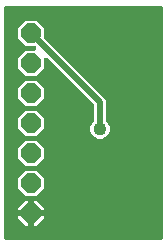
<source format=gbr>
G04 EAGLE Gerber RS-274X export*
G75*
%MOMM*%
%FSLAX34Y34*%
%LPD*%
%INBottom Copper*%
%IPPOS*%
%AMOC8*
5,1,8,0,0,1.08239X$1,22.5*%
G01*
%ADD10P,1.759533X8X22.500000*%
%ADD11C,1.016000*%
%ADD12C,0.508000*%
%ADD13C,1.108000*%

G36*
X135146Y2543D02*
X135146Y2543D01*
X135164Y2541D01*
X135346Y2562D01*
X135529Y2581D01*
X135546Y2586D01*
X135563Y2588D01*
X135738Y2645D01*
X135914Y2699D01*
X135929Y2707D01*
X135946Y2713D01*
X136106Y2803D01*
X136268Y2891D01*
X136281Y2902D01*
X136297Y2911D01*
X136436Y3031D01*
X136577Y3148D01*
X136588Y3162D01*
X136602Y3174D01*
X136714Y3319D01*
X136829Y3462D01*
X136837Y3478D01*
X136848Y3492D01*
X136930Y3657D01*
X137015Y3819D01*
X137020Y3836D01*
X137028Y3852D01*
X137075Y4031D01*
X137126Y4206D01*
X137128Y4224D01*
X137132Y4241D01*
X137159Y4572D01*
X137159Y198628D01*
X137157Y198646D01*
X137159Y198664D01*
X137138Y198846D01*
X137119Y199029D01*
X137114Y199046D01*
X137112Y199063D01*
X137055Y199238D01*
X137001Y199414D01*
X136993Y199429D01*
X136987Y199446D01*
X136897Y199606D01*
X136809Y199768D01*
X136798Y199781D01*
X136789Y199797D01*
X136669Y199936D01*
X136552Y200077D01*
X136538Y200088D01*
X136526Y200102D01*
X136381Y200214D01*
X136238Y200329D01*
X136222Y200337D01*
X136208Y200348D01*
X136043Y200430D01*
X135881Y200515D01*
X135864Y200520D01*
X135848Y200528D01*
X135669Y200575D01*
X135494Y200626D01*
X135476Y200628D01*
X135459Y200632D01*
X135128Y200659D01*
X4572Y200659D01*
X4554Y200657D01*
X4536Y200659D01*
X4354Y200638D01*
X4171Y200619D01*
X4154Y200614D01*
X4137Y200612D01*
X3962Y200555D01*
X3786Y200501D01*
X3771Y200493D01*
X3754Y200487D01*
X3594Y200397D01*
X3432Y200309D01*
X3419Y200298D01*
X3403Y200289D01*
X3264Y200169D01*
X3123Y200052D01*
X3112Y200038D01*
X3098Y200026D01*
X2986Y199881D01*
X2871Y199738D01*
X2863Y199722D01*
X2852Y199708D01*
X2770Y199543D01*
X2685Y199381D01*
X2680Y199364D01*
X2672Y199348D01*
X2625Y199169D01*
X2574Y198994D01*
X2572Y198976D01*
X2568Y198959D01*
X2541Y198628D01*
X2541Y4572D01*
X2543Y4554D01*
X2541Y4536D01*
X2562Y4354D01*
X2581Y4171D01*
X2586Y4154D01*
X2588Y4137D01*
X2645Y3962D01*
X2699Y3786D01*
X2707Y3771D01*
X2713Y3754D01*
X2803Y3594D01*
X2891Y3432D01*
X2902Y3419D01*
X2911Y3403D01*
X3031Y3264D01*
X3148Y3123D01*
X3162Y3112D01*
X3174Y3098D01*
X3319Y2986D01*
X3462Y2871D01*
X3478Y2863D01*
X3492Y2852D01*
X3657Y2770D01*
X3819Y2685D01*
X3836Y2680D01*
X3852Y2672D01*
X4031Y2625D01*
X4206Y2574D01*
X4224Y2572D01*
X4241Y2568D01*
X4572Y2541D01*
X135128Y2541D01*
X135146Y2543D01*
G37*
%LPC*%
G36*
X82213Y88439D02*
X82213Y88439D01*
X79243Y89669D01*
X76969Y91943D01*
X75739Y94913D01*
X75739Y98127D01*
X76969Y101097D01*
X78144Y102272D01*
X78161Y102293D01*
X78182Y102310D01*
X78289Y102448D01*
X78399Y102584D01*
X78412Y102607D01*
X78428Y102628D01*
X78506Y102785D01*
X78588Y102939D01*
X78596Y102965D01*
X78608Y102989D01*
X78653Y103158D01*
X78703Y103325D01*
X78705Y103352D01*
X78712Y103378D01*
X78739Y103709D01*
X78739Y116434D01*
X78737Y116461D01*
X78739Y116487D01*
X78717Y116661D01*
X78699Y116835D01*
X78692Y116860D01*
X78688Y116887D01*
X78633Y117053D01*
X78581Y117220D01*
X78568Y117243D01*
X78560Y117269D01*
X78473Y117420D01*
X78389Y117574D01*
X78372Y117594D01*
X78359Y117617D01*
X78144Y117870D01*
X39536Y156478D01*
X39529Y156484D01*
X39524Y156491D01*
X39374Y156611D01*
X39225Y156734D01*
X39217Y156738D01*
X39210Y156743D01*
X39039Y156832D01*
X38869Y156922D01*
X38861Y156925D01*
X38853Y156929D01*
X38667Y156982D01*
X38483Y157037D01*
X38474Y157038D01*
X38466Y157040D01*
X38274Y157056D01*
X38082Y157073D01*
X38073Y157072D01*
X38064Y157073D01*
X37875Y157051D01*
X37682Y157030D01*
X37673Y157027D01*
X37665Y157026D01*
X37483Y156967D01*
X37298Y156908D01*
X37290Y156904D01*
X37282Y156901D01*
X37113Y156806D01*
X36946Y156714D01*
X36939Y156708D01*
X36931Y156703D01*
X36785Y156577D01*
X36639Y156453D01*
X36633Y156446D01*
X36626Y156440D01*
X36509Y156289D01*
X36389Y156137D01*
X36385Y156129D01*
X36380Y156122D01*
X36294Y155950D01*
X36207Y155778D01*
X36204Y155770D01*
X36200Y155762D01*
X36150Y155575D01*
X36099Y155390D01*
X36098Y155382D01*
X36096Y155373D01*
X36069Y155042D01*
X36069Y147981D01*
X29819Y141731D01*
X20981Y141731D01*
X14731Y147981D01*
X14731Y156819D01*
X20981Y163069D01*
X28042Y163069D01*
X28175Y163082D01*
X28309Y163086D01*
X28375Y163102D01*
X28443Y163109D01*
X28571Y163148D01*
X28701Y163179D01*
X28763Y163207D01*
X28828Y163227D01*
X28946Y163291D01*
X29067Y163346D01*
X29122Y163386D01*
X29182Y163419D01*
X29285Y163504D01*
X29393Y163583D01*
X29439Y163633D01*
X29491Y163676D01*
X29575Y163781D01*
X29666Y163879D01*
X29701Y163937D01*
X29743Y163990D01*
X29805Y164109D01*
X29875Y164224D01*
X29898Y164287D01*
X29929Y164347D01*
X29966Y164476D01*
X30011Y164602D01*
X30022Y164669D01*
X30040Y164734D01*
X30051Y164868D01*
X30071Y165000D01*
X30068Y165068D01*
X30073Y165136D01*
X30057Y165269D01*
X30051Y165402D01*
X30034Y165468D01*
X30026Y165535D01*
X29985Y165663D01*
X29952Y165793D01*
X29922Y165854D01*
X29901Y165918D01*
X29835Y166035D01*
X29778Y166156D01*
X29737Y166210D01*
X29703Y166269D01*
X29616Y166370D01*
X29535Y166477D01*
X29485Y166522D01*
X29440Y166573D01*
X29334Y166656D01*
X29234Y166745D01*
X29168Y166785D01*
X29122Y166820D01*
X29052Y166855D01*
X28951Y166917D01*
X28854Y166954D01*
X28762Y167000D01*
X28666Y167025D01*
X28574Y167060D01*
X28473Y167077D01*
X28373Y167104D01*
X28254Y167114D01*
X28177Y167127D01*
X28120Y167125D01*
X28042Y167131D01*
X20981Y167131D01*
X14731Y173381D01*
X14731Y182219D01*
X20981Y188469D01*
X29819Y188469D01*
X36069Y182219D01*
X36069Y175158D01*
X36071Y175131D01*
X36069Y175105D01*
X36091Y174931D01*
X36109Y174757D01*
X36116Y174732D01*
X36120Y174705D01*
X36175Y174539D01*
X36227Y174372D01*
X36240Y174349D01*
X36248Y174323D01*
X36335Y174172D01*
X36419Y174018D01*
X36436Y173998D01*
X36449Y173975D01*
X36664Y173722D01*
X88127Y122258D01*
X88901Y120391D01*
X88901Y103709D01*
X88903Y103682D01*
X88901Y103655D01*
X88923Y103481D01*
X88941Y103308D01*
X88948Y103282D01*
X88952Y103256D01*
X89007Y103090D01*
X89059Y102923D01*
X89072Y102899D01*
X89080Y102874D01*
X89167Y102722D01*
X89251Y102569D01*
X89268Y102548D01*
X89281Y102525D01*
X89496Y102272D01*
X90671Y101097D01*
X91901Y98127D01*
X91901Y94913D01*
X90671Y91943D01*
X88397Y89669D01*
X85427Y88439D01*
X82213Y88439D01*
G37*
%LPD*%
%LPC*%
G36*
X20981Y116331D02*
X20981Y116331D01*
X14731Y122581D01*
X14731Y131419D01*
X20981Y137669D01*
X29819Y137669D01*
X36069Y131419D01*
X36069Y122581D01*
X29819Y116331D01*
X20981Y116331D01*
G37*
%LPD*%
%LPC*%
G36*
X20981Y90931D02*
X20981Y90931D01*
X14731Y97181D01*
X14731Y106019D01*
X20981Y112269D01*
X29819Y112269D01*
X36069Y106019D01*
X36069Y97181D01*
X29819Y90931D01*
X20981Y90931D01*
G37*
%LPD*%
%LPC*%
G36*
X20981Y65531D02*
X20981Y65531D01*
X14731Y71781D01*
X14731Y80619D01*
X20981Y86869D01*
X29819Y86869D01*
X36069Y80619D01*
X36069Y71781D01*
X29819Y65531D01*
X20981Y65531D01*
G37*
%LPD*%
%LPC*%
G36*
X20981Y40131D02*
X20981Y40131D01*
X14731Y46381D01*
X14731Y55219D01*
X20981Y61469D01*
X29819Y61469D01*
X36069Y55219D01*
X36069Y46381D01*
X29819Y40131D01*
X20981Y40131D01*
G37*
%LPD*%
%LPC*%
G36*
X27939Y27939D02*
X27939Y27939D01*
X27939Y36069D01*
X29819Y36069D01*
X36069Y29819D01*
X36069Y27939D01*
X27939Y27939D01*
G37*
%LPD*%
%LPC*%
G36*
X14731Y27939D02*
X14731Y27939D01*
X14731Y29819D01*
X20981Y36069D01*
X22861Y36069D01*
X22861Y27939D01*
X14731Y27939D01*
G37*
%LPD*%
%LPC*%
G36*
X27939Y14731D02*
X27939Y14731D01*
X27939Y22861D01*
X36069Y22861D01*
X36069Y20981D01*
X29819Y14731D01*
X27939Y14731D01*
G37*
%LPD*%
%LPC*%
G36*
X20981Y14731D02*
X20981Y14731D01*
X14731Y20981D01*
X14731Y22861D01*
X22861Y22861D01*
X22861Y14731D01*
X20981Y14731D01*
G37*
%LPD*%
D10*
X25400Y177800D03*
X25400Y152400D03*
X25400Y127000D03*
X25400Y101600D03*
X25400Y76200D03*
X25400Y50800D03*
X25400Y25400D03*
D11*
X43180Y139700D03*
D12*
X83820Y119380D02*
X83820Y96520D01*
X83820Y119380D02*
X25400Y177800D01*
D13*
X83820Y96520D03*
M02*

</source>
